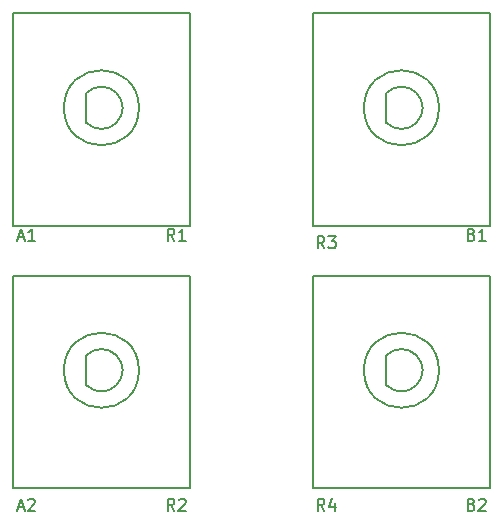
<source format=gto>
G04 #@! TF.GenerationSoftware,KiCad,Pcbnew,(5.0.0)*
G04 #@! TF.CreationDate,2018-10-08T11:52:11-07:00*
G04 #@! TF.ProjectId,500-1124,3530302D313132342E6B696361645F70,rev?*
G04 #@! TF.SameCoordinates,Original*
G04 #@! TF.FileFunction,Legend,Top*
G04 #@! TF.FilePolarity,Positive*
%FSLAX46Y46*%
G04 Gerber Fmt 4.6, Leading zero omitted, Abs format (unit mm)*
G04 Created by KiCad (PCBNEW (5.0.0)) date 10/08/18 11:52:11*
%MOMM*%
%LPD*%
G01*
G04 APERTURE LIST*
%ADD10C,0.150000*%
G04 APERTURE END LIST*
D10*
G04 #@! TO.C,R1*
X125730000Y-77470000D02*
G75*
G03X128270000Y-77470000I1270000J1270000D01*
G01*
X128270000Y-77470000D02*
G75*
G03X128270000Y-74930000I-1270000J1270000D01*
G01*
X128270000Y-74930000D02*
G75*
G03X125730000Y-74930000I-1270000J-1270000D01*
G01*
X125730000Y-74930000D02*
X125730000Y-77470000D01*
X130175000Y-76200000D02*
G75*
G03X130175000Y-76200000I-3175000J0D01*
G01*
X119500000Y-86200000D02*
X134500000Y-86200000D01*
X134500000Y-86200000D02*
X134500000Y-68200000D01*
X134500000Y-68200000D02*
X119500000Y-68200000D01*
X119500000Y-68200000D02*
X119500000Y-86200000D01*
G04 #@! TO.C,R2*
X125730000Y-99695000D02*
G75*
G03X128270000Y-99695000I1270000J1270000D01*
G01*
X128270000Y-99695000D02*
G75*
G03X128270000Y-97155000I-1270000J1270000D01*
G01*
X128270000Y-97155000D02*
G75*
G03X125730000Y-97155000I-1270000J-1270000D01*
G01*
X125730000Y-97155000D02*
X125730000Y-99695000D01*
X130175000Y-98425000D02*
G75*
G03X130175000Y-98425000I-3175000J0D01*
G01*
X119500000Y-108425000D02*
X134500000Y-108425000D01*
X134500000Y-108425000D02*
X134500000Y-90425000D01*
X134500000Y-90425000D02*
X119500000Y-90425000D01*
X119500000Y-90425000D02*
X119500000Y-108425000D01*
G04 #@! TO.C,R3*
X151130000Y-77470000D02*
G75*
G03X153670000Y-77470000I1270000J1270000D01*
G01*
X153670000Y-77470000D02*
G75*
G03X153670000Y-74930000I-1270000J1270000D01*
G01*
X153670000Y-74930000D02*
G75*
G03X151130000Y-74930000I-1270000J-1270000D01*
G01*
X151130000Y-74930000D02*
X151130000Y-77470000D01*
X155575000Y-76200000D02*
G75*
G03X155575000Y-76200000I-3175000J0D01*
G01*
X144900000Y-86200000D02*
X159900000Y-86200000D01*
X159900000Y-86200000D02*
X159900000Y-68200000D01*
X159900000Y-68200000D02*
X144900000Y-68200000D01*
X144900000Y-68200000D02*
X144900000Y-86200000D01*
G04 #@! TO.C,R4*
X151130000Y-99695000D02*
G75*
G03X153670000Y-99695000I1270000J1270000D01*
G01*
X153670000Y-99695000D02*
G75*
G03X153670000Y-97155000I-1270000J1270000D01*
G01*
X153670000Y-97155000D02*
G75*
G03X151130000Y-97155000I-1270000J-1270000D01*
G01*
X151130000Y-97155000D02*
X151130000Y-99695000D01*
X155575000Y-98425000D02*
G75*
G03X155575000Y-98425000I-3175000J0D01*
G01*
X144900000Y-108425000D02*
X159900000Y-108425000D01*
X159900000Y-108425000D02*
X159900000Y-90425000D01*
X159900000Y-90425000D02*
X144900000Y-90425000D01*
X144900000Y-90425000D02*
X144900000Y-108425000D01*
G04 #@! TO.C,R1*
X133183333Y-87447380D02*
X132850000Y-86971190D01*
X132611904Y-87447380D02*
X132611904Y-86447380D01*
X132992857Y-86447380D01*
X133088095Y-86495000D01*
X133135714Y-86542619D01*
X133183333Y-86637857D01*
X133183333Y-86780714D01*
X133135714Y-86875952D01*
X133088095Y-86923571D01*
X132992857Y-86971190D01*
X132611904Y-86971190D01*
X134135714Y-87447380D02*
X133564285Y-87447380D01*
X133850000Y-87447380D02*
X133850000Y-86447380D01*
X133754761Y-86590238D01*
X133659523Y-86685476D01*
X133564285Y-86733095D01*
X119935714Y-87161666D02*
X120411904Y-87161666D01*
X119840476Y-87447380D02*
X120173809Y-86447380D01*
X120507142Y-87447380D01*
X121364285Y-87447380D02*
X120792857Y-87447380D01*
X121078571Y-87447380D02*
X121078571Y-86447380D01*
X120983333Y-86590238D01*
X120888095Y-86685476D01*
X120792857Y-86733095D01*
G04 #@! TO.C,R2*
X133183333Y-110307380D02*
X132850000Y-109831190D01*
X132611904Y-110307380D02*
X132611904Y-109307380D01*
X132992857Y-109307380D01*
X133088095Y-109355000D01*
X133135714Y-109402619D01*
X133183333Y-109497857D01*
X133183333Y-109640714D01*
X133135714Y-109735952D01*
X133088095Y-109783571D01*
X132992857Y-109831190D01*
X132611904Y-109831190D01*
X133564285Y-109402619D02*
X133611904Y-109355000D01*
X133707142Y-109307380D01*
X133945238Y-109307380D01*
X134040476Y-109355000D01*
X134088095Y-109402619D01*
X134135714Y-109497857D01*
X134135714Y-109593095D01*
X134088095Y-109735952D01*
X133516666Y-110307380D01*
X134135714Y-110307380D01*
X119935714Y-110021666D02*
X120411904Y-110021666D01*
X119840476Y-110307380D02*
X120173809Y-109307380D01*
X120507142Y-110307380D01*
X120792857Y-109402619D02*
X120840476Y-109355000D01*
X120935714Y-109307380D01*
X121173809Y-109307380D01*
X121269047Y-109355000D01*
X121316666Y-109402619D01*
X121364285Y-109497857D01*
X121364285Y-109593095D01*
X121316666Y-109735952D01*
X120745238Y-110307380D01*
X121364285Y-110307380D01*
G04 #@! TO.C,R3*
X145883333Y-88082380D02*
X145550000Y-87606190D01*
X145311904Y-88082380D02*
X145311904Y-87082380D01*
X145692857Y-87082380D01*
X145788095Y-87130000D01*
X145835714Y-87177619D01*
X145883333Y-87272857D01*
X145883333Y-87415714D01*
X145835714Y-87510952D01*
X145788095Y-87558571D01*
X145692857Y-87606190D01*
X145311904Y-87606190D01*
X146216666Y-87082380D02*
X146835714Y-87082380D01*
X146502380Y-87463333D01*
X146645238Y-87463333D01*
X146740476Y-87510952D01*
X146788095Y-87558571D01*
X146835714Y-87653809D01*
X146835714Y-87891904D01*
X146788095Y-87987142D01*
X146740476Y-88034761D01*
X146645238Y-88082380D01*
X146359523Y-88082380D01*
X146264285Y-88034761D01*
X146216666Y-87987142D01*
X158345238Y-86923571D02*
X158488095Y-86971190D01*
X158535714Y-87018809D01*
X158583333Y-87114047D01*
X158583333Y-87256904D01*
X158535714Y-87352142D01*
X158488095Y-87399761D01*
X158392857Y-87447380D01*
X158011904Y-87447380D01*
X158011904Y-86447380D01*
X158345238Y-86447380D01*
X158440476Y-86495000D01*
X158488095Y-86542619D01*
X158535714Y-86637857D01*
X158535714Y-86733095D01*
X158488095Y-86828333D01*
X158440476Y-86875952D01*
X158345238Y-86923571D01*
X158011904Y-86923571D01*
X159535714Y-87447380D02*
X158964285Y-87447380D01*
X159250000Y-87447380D02*
X159250000Y-86447380D01*
X159154761Y-86590238D01*
X159059523Y-86685476D01*
X158964285Y-86733095D01*
G04 #@! TO.C,R4*
X145883333Y-110307380D02*
X145550000Y-109831190D01*
X145311904Y-110307380D02*
X145311904Y-109307380D01*
X145692857Y-109307380D01*
X145788095Y-109355000D01*
X145835714Y-109402619D01*
X145883333Y-109497857D01*
X145883333Y-109640714D01*
X145835714Y-109735952D01*
X145788095Y-109783571D01*
X145692857Y-109831190D01*
X145311904Y-109831190D01*
X146740476Y-109640714D02*
X146740476Y-110307380D01*
X146502380Y-109259761D02*
X146264285Y-109974047D01*
X146883333Y-109974047D01*
X158345238Y-109783571D02*
X158488095Y-109831190D01*
X158535714Y-109878809D01*
X158583333Y-109974047D01*
X158583333Y-110116904D01*
X158535714Y-110212142D01*
X158488095Y-110259761D01*
X158392857Y-110307380D01*
X158011904Y-110307380D01*
X158011904Y-109307380D01*
X158345238Y-109307380D01*
X158440476Y-109355000D01*
X158488095Y-109402619D01*
X158535714Y-109497857D01*
X158535714Y-109593095D01*
X158488095Y-109688333D01*
X158440476Y-109735952D01*
X158345238Y-109783571D01*
X158011904Y-109783571D01*
X158964285Y-109402619D02*
X159011904Y-109355000D01*
X159107142Y-109307380D01*
X159345238Y-109307380D01*
X159440476Y-109355000D01*
X159488095Y-109402619D01*
X159535714Y-109497857D01*
X159535714Y-109593095D01*
X159488095Y-109735952D01*
X158916666Y-110307380D01*
X159535714Y-110307380D01*
G04 #@! TD*
M02*

</source>
